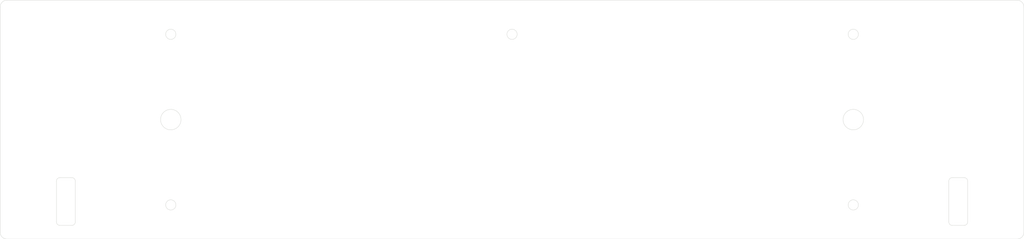
<source format=kicad_pcb>
(kicad_pcb
	(version 20241229)
	(generator "pcbnew")
	(generator_version "9.0")
	(general
		(thickness 2.09)
		(legacy_teardrops no)
	)
	(paper "A4")
	(layers
		(0 "F.Cu" signal)
		(2 "B.Cu" signal)
		(9 "F.Adhes" user "F.Adhesive")
		(11 "B.Adhes" user "B.Adhesive")
		(13 "F.Paste" user)
		(15 "B.Paste" user)
		(5 "F.SilkS" user "F.Silkscreen")
		(7 "B.SilkS" user "B.Silkscreen")
		(1 "F.Mask" user)
		(3 "B.Mask" user)
		(17 "Dwgs.User" user "User.Drawings")
		(19 "Cmts.User" user "User.Comments")
		(21 "Eco1.User" user "User.Eco1")
		(23 "Eco2.User" user "User.Eco2")
		(25 "Edge.Cuts" user)
		(27 "Margin" user)
		(31 "F.CrtYd" user "F.Courtyard")
		(29 "B.CrtYd" user "B.Courtyard")
		(35 "F.Fab" user)
		(33 "B.Fab" user)
		(39 "User.1" user)
		(41 "User.2" user)
		(43 "User.3" user)
		(45 "User.4" user)
	)
	(setup
		(stackup
			(layer "F.SilkS"
				(type "Top Silk Screen")
			)
			(layer "F.Paste"
				(type "Top Solder Paste")
			)
			(layer "F.Mask"
				(type "Top Solder Mask")
				(thickness 0.01)
			)
			(layer "F.Cu"
				(type "copper")
				(thickness 0.035)
			)
			(layer "dielectric 1"
				(type "core")
				(thickness 2)
				(material "FR4")
				(epsilon_r 4.5)
				(loss_tangent 0.02)
			)
			(layer "B.Cu"
				(type "copper")
				(thickness 0.035)
			)
			(layer "B.Mask"
				(type "Bottom Solder Mask")
				(thickness 0.01)
			)
			(layer "B.Paste"
				(type "Bottom Solder Paste")
			)
			(layer "B.SilkS"
				(type "Bottom Silk Screen")
			)
			(copper_finish "None")
			(dielectric_constraints no)
		)
		(pad_to_mask_clearance 0)
		(allow_soldermask_bridges_in_footprints no)
		(tenting front back)
		(grid_origin 60 125)
		(pcbplotparams
			(layerselection 0x00000000_00000000_55555555_5755f5ff)
			(plot_on_all_layers_selection 0x00000000_00000000_00000000_00000000)
			(disableapertmacros no)
			(usegerberextensions no)
			(usegerberattributes yes)
			(usegerberadvancedattributes yes)
			(creategerberjobfile yes)
			(dashed_line_dash_ratio 12.000000)
			(dashed_line_gap_ratio 3.000000)
			(svgprecision 4)
			(plotframeref no)
			(mode 1)
			(useauxorigin no)
			(hpglpennumber 1)
			(hpglpenspeed 20)
			(hpglpendiameter 15.000000)
			(pdf_front_fp_property_popups yes)
			(pdf_back_fp_property_popups yes)
			(pdf_metadata yes)
			(pdf_single_document no)
			(dxfpolygonmode yes)
			(dxfimperialunits yes)
			(dxfusepcbnewfont yes)
			(psnegative no)
			(psa4output no)
			(plot_black_and_white yes)
			(sketchpadsonfab no)
			(plotpadnumbers no)
			(hidednponfab no)
			(sketchdnponfab yes)
			(crossoutdnponfab yes)
			(subtractmaskfromsilk no)
			(outputformat 1)
			(mirror no)
			(drillshape 1)
			(scaleselection 1)
			(outputdirectory "")
		)
	)
	(net 0 "")
	(gr_circle
		(center 85 120)
		(end 85.75 120)
		(stroke
			(width 0.05)
			(type solid)
		)
		(fill no)
		(layer "Edge.Cuts")
		(uuid "00920dec-c48a-4020-8b17-ce33fa9370b5")
	)
	(gr_line
		(start 199.5 116)
		(end 201.25 116)
		(stroke
			(width 0.05)
			(type default)
		)
		(layer "Edge.Cuts")
		(uuid "0d375851-6274-4f98-b085-d4b33162ca3c")
	)
	(gr_arc
		(start 60 91)
		(mid 60.292893 90.292893)
		(end 61 90)
		(stroke
			(width 0.05)
			(type solid)
		)
		(layer "Edge.Cuts")
		(uuid "0e923ddd-8810-4985-b5aa-f0d9adcee65f")
	)
	(gr_circle
		(center 85 107.5)
		(end 86.5 107.5)
		(stroke
			(width 0.05)
			(type solid)
		)
		(fill no)
		(layer "Edge.Cuts")
		(uuid "16e97fa3-ccc5-45cd-b50c-b46ade6ad9cd")
	)
	(gr_line
		(start 199 122.5)
		(end 199 116.5)
		(stroke
			(width 0.05)
			(type default)
		)
		(layer "Edge.Cuts")
		(uuid "1af0ef56-2cad-486a-9a9f-93de0f163db5")
	)
	(gr_line
		(start 60 91)
		(end 60 124)
		(stroke
			(width 0.05)
			(type solid)
		)
		(layer "Edge.Cuts")
		(uuid "2c327488-c137-4b41-aa55-3463ee2374a0")
	)
	(gr_arc
		(start 68.25 116.5)
		(mid 68.396447 116.146447)
		(end 68.75 116)
		(stroke
			(width 0.05)
			(type default)
		)
		(layer "Edge.Cuts")
		(uuid "32e968cb-c9c0-4e07-b5f1-03d7146a09d9")
	)
	(gr_arc
		(start 201.25 116)
		(mid 201.603553 116.146447)
		(end 201.75 116.5)
		(stroke
			(width 0.05)
			(type default)
		)
		(layer "Edge.Cuts")
		(uuid "3ac0d19a-fecc-4a80-b798-f5a509f34850")
	)
	(gr_arc
		(start 201.75 122.5)
		(mid 201.603553 122.853553)
		(end 201.25 123)
		(stroke
			(width 0.05)
			(type default)
		)
		(layer "Edge.Cuts")
		(uuid "3af95098-2268-4a41-86ce-1c78ca1183f5")
	)
	(gr_line
		(start 68.75 116)
		(end 70.5 116)
		(stroke
			(width 0.05)
			(type default)
		)
		(layer "Edge.Cuts")
		(uuid "3c38d1a0-08a7-40b5-85f8-371087f7bfe1")
	)
	(gr_circle
		(center 135 95)
		(end 135.75 95)
		(stroke
			(width 0.05)
			(type solid)
		)
		(fill no)
		(layer "Edge.Cuts")
		(uuid "431328b7-8bbc-4632-9417-9ab4a70e6c68")
	)
	(gr_line
		(start 61 125)
		(end 209 125)
		(stroke
			(width 0.05)
			(type solid)
		)
		(layer "Edge.Cuts")
		(uuid "4644050c-891f-4104-ade6-cf57299e76a6")
	)
	(gr_line
		(start 201.75 116.5)
		(end 201.75 122.5)
		(stroke
			(width 0.05)
			(type default)
		)
		(layer "Edge.Cuts")
		(uuid "56a824a2-c3c1-4e24-badb-936c2c440631")
	)
	(gr_arc
		(start 199 116.5)
		(mid 199.146447 116.146447)
		(end 199.5 116)
		(stroke
			(width 0.05)
			(type default)
		)
		(layer "Edge.Cuts")
		(uuid "75347a38-617b-4735-a6df-8af343efed27")
	)
	(gr_arc
		(start 209 90)
		(mid 209.707107 90.292893)
		(end 210 91)
		(stroke
			(width 0.05)
			(type solid)
		)
		(layer "Edge.Cuts")
		(uuid "846c5c85-1783-47f7-808c-a802fdc03168")
	)
	(gr_arc
		(start 68.75 123)
		(mid 68.396447 122.853553)
		(end 68.25 122.5)
		(stroke
			(width 0.05)
			(type default)
		)
		(layer "Edge.Cuts")
		(uuid "87674696-45a1-458c-96bc-8d4af31eeb90")
	)
	(gr_arc
		(start 210 124)
		(mid 209.707107 124.707107)
		(end 209 125)
		(stroke
			(width 0.05)
			(type solid)
		)
		(layer "Edge.Cuts")
		(uuid "885d5671-aae0-4243-9972-e136f552e210")
	)
	(gr_line
		(start 68.25 122.5)
		(end 68.25 116.5)
		(stroke
			(width 0.05)
			(type default)
		)
		(layer "Edge.Cuts")
		(uuid "8d43d1fd-5ed6-4d4a-bd89-4470e4864232")
	)
	(gr_line
		(start 61 90)
		(end 209 90)
		(stroke
			(width 0.05)
			(type solid)
		)
		(layer "Edge.Cuts")
		(uuid "8dba3796-648d-4463-81ed-a3be5e66e8b7")
	)
	(gr_line
		(start 71 116.5)
		(end 71 122.5)
		(stroke
			(width 0.05)
			(type default)
		)
		(layer "Edge.Cuts")
		(uuid "901c11fa-67df-493c-85bd-a5060f516493")
	)
	(gr_circle
		(center 185 107.5)
		(end 186.5 107.5)
		(stroke
			(width 0.05)
			(type solid)
		)
		(fill no)
		(layer "Edge.Cuts")
		(uuid "92db8ca8-304e-432a-ac4c-12e7188c2586")
	)
	(gr_line
		(start 210 91)
		(end 210 124)
		(stroke
			(width 0.05)
			(type solid)
		)
		(layer "Edge.Cuts")
		(uuid "939f916d-5a6d-42b5-aded-9412780871f8")
	)
	(gr_arc
		(start 61 125)
		(mid 60.292893 124.707107)
		(end 60 124)
		(stroke
			(width 0.05)
			(type solid)
		)
		(layer "Edge.Cuts")
		(uuid "a3bcf4d4-2b02-4e07-92ea-d9063b50f65b")
	)
	(gr_arc
		(start 199.5 123)
		(mid 199.146447 122.853553)
		(end 199 122.5)
		(stroke
			(width 0.05)
			(type default)
		)
		(layer "Edge.Cuts")
		(uuid "a989d674-632b-4dfc-a49f-261478a3c502")
	)
	(gr_arc
		(start 70.5 116)
		(mid 70.853553 116.146447)
		(end 71 116.5)
		(stroke
			(width 0.05)
			(type default)
		)
		(layer "Edge.Cuts")
		(uuid "b6eb20bd-51f3-47c1-af63-0c6197584ae6")
	)
	(gr_arc
		(start 71 122.5)
		(mid 70.853553 122.853553)
		(end 70.5 123)
		(stroke
			(width 0.05)
			(type default)
		)
		(layer "Edge.Cuts")
		(uuid "b7e66a0d-c1a4-4180-998a-fa9e62e8e74e")
	)
	(gr_circle
		(center 185 95)
		(end 185.75 95)
		(stroke
			(width 0.05)
			(type solid)
		)
		(fill no)
		(layer "Edge.Cuts")
		(uuid "d812437a-259c-436a-9dd4-0a0e8589ff58")
	)
	(gr_line
		(start 68.75 123)
		(end 70.5 123)
		(stroke
			(width 0.05)
			(type default)
		)
		(layer "Edge.Cuts")
		(uuid "dc4e1863-4997-4b50-8b74-e59214ad080e")
	)
	(gr_line
		(start 199.5 123)
		(end 201.25 123)
		(stroke
			(width 0.05)
			(type default)
		)
		(layer "Edge.Cuts")
		(uuid "e3b0a6d2-944f-459c-9b84-c32341eb5456")
	)
	(gr_circle
		(center 185 120)
		(end 185.75 120)
		(stroke
			(width 0.05)
			(type solid)
		)
		(fill no)
		(layer "Edge.Cuts")
		(uuid "f3542f28-0e2d-4e25-9142-2d80b6aa255d")
	)
	(gr_circle
		(center 85 95)
		(end 85.75 95)
		(stroke
			(width 0.05)
			(type solid)
		)
		(fill no)
		(layer "Edge.Cuts")
		(uuid "fdcd3481-7367-45bb-bd1e-1c21a5095644")
	)
	(embedded_fonts no)
)

</source>
